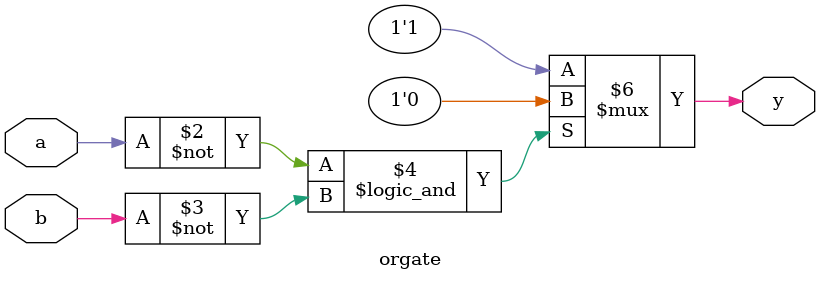
<source format=v>
module orgate(a,b,y);
input a,b;
output reg y;
always@(*)
begin 
	if(a==0 && b==0)
		y=0;
	else
		y=1;
end
endmodule
</source>
